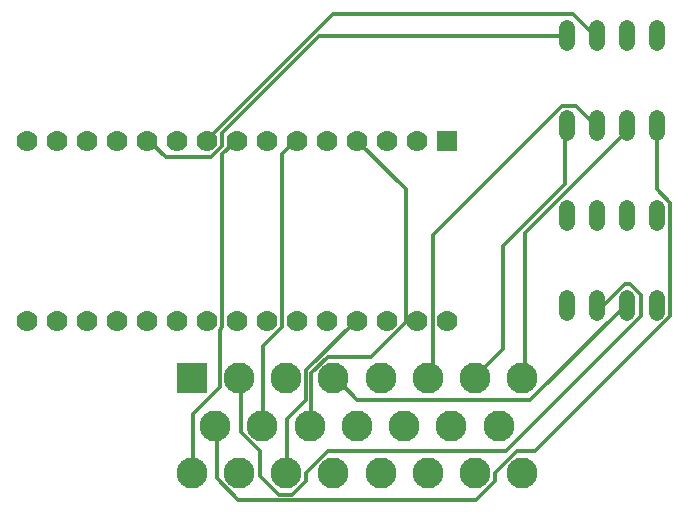
<source format=gbr>
G04 EAGLE Gerber X2 export*
%TF.Part,Single*%
%TF.FileFunction,Copper,L2,Bot,Mixed*%
%TF.FilePolarity,Positive*%
%TF.GenerationSoftware,Autodesk,EAGLE,9.1.3*%
%TF.CreationDate,2020-03-18T03:06:25Z*%
G75*
%MOMM*%
%FSLAX34Y34*%
%LPD*%
%AMOC8*
5,1,8,0,0,1.08239X$1,22.5*%
G01*
%ADD10C,1.320800*%
%ADD11R,2.625000X2.625000*%
%ADD12C,2.625000*%
%ADD13R,1.778000X1.778000*%
%ADD14C,1.778000*%
%ADD15C,0.304800*%


D10*
X495300Y221996D02*
X495300Y235204D01*
X520700Y235204D02*
X520700Y221996D01*
X571500Y298196D02*
X571500Y311404D01*
X546100Y311404D02*
X546100Y298196D01*
X546100Y235204D02*
X546100Y221996D01*
X571500Y221996D02*
X571500Y235204D01*
X520700Y298196D02*
X520700Y311404D01*
X495300Y311404D02*
X495300Y298196D01*
X495300Y374396D02*
X495300Y387604D01*
X520700Y387604D02*
X520700Y374396D01*
X571500Y450596D02*
X571500Y463804D01*
X546100Y463804D02*
X546100Y450596D01*
X546100Y387604D02*
X546100Y374396D01*
X571500Y374396D02*
X571500Y387604D01*
X520700Y450596D02*
X520700Y463804D01*
X495300Y463804D02*
X495300Y450596D01*
D11*
X177500Y167000D03*
D12*
X217500Y167000D03*
X257500Y167000D03*
X297500Y167000D03*
X337500Y167000D03*
X377500Y167000D03*
X417500Y167000D03*
X457500Y167000D03*
X197500Y127000D03*
X237500Y127000D03*
X277500Y127000D03*
X317500Y127000D03*
X357500Y127000D03*
X397500Y127000D03*
X437500Y127000D03*
X177500Y87000D03*
X217500Y87000D03*
X257500Y87000D03*
X297500Y87000D03*
X337500Y87000D03*
X377500Y87000D03*
X417500Y87000D03*
X457500Y87000D03*
D13*
X393700Y368300D03*
D14*
X368300Y368300D03*
X342900Y368300D03*
X317500Y368300D03*
X292100Y368300D03*
X266700Y368300D03*
X241300Y368300D03*
X215900Y368300D03*
X190500Y368300D03*
X165100Y368300D03*
X139700Y368300D03*
X114300Y368300D03*
X88900Y368300D03*
X63500Y368300D03*
X38100Y368300D03*
X393700Y215900D03*
X368300Y215900D03*
X342900Y215900D03*
X317500Y215900D03*
X292100Y215900D03*
X266700Y215900D03*
X241300Y215900D03*
X215900Y215900D03*
X190500Y215900D03*
X165100Y215900D03*
X139700Y215900D03*
X114300Y215900D03*
X88900Y215900D03*
X63500Y215900D03*
X38100Y215900D03*
D15*
X274320Y173736D02*
X315468Y214884D01*
X274320Y173736D02*
X274320Y148590D01*
X258318Y132588D01*
X258318Y89154D01*
X315468Y214884D02*
X317500Y215900D01*
X258318Y89154D02*
X257500Y87000D01*
X358902Y214884D02*
X368046Y214884D01*
X358902Y214884D02*
X329184Y185166D01*
X292608Y185166D01*
X278892Y171450D01*
X278892Y128016D01*
X368046Y214884D02*
X368300Y215900D01*
X278892Y128016D02*
X277500Y127000D01*
X358902Y214884D02*
X358902Y326898D01*
X317500Y368300D01*
X500634Y475488D02*
X518922Y457200D01*
X500634Y475488D02*
X297180Y475488D01*
X192024Y370332D01*
X518922Y457200D02*
X520700Y457200D01*
X192024Y370332D02*
X190500Y368300D01*
X285750Y457200D02*
X495300Y457200D01*
X285750Y457200D02*
X203454Y374904D01*
X203454Y363474D01*
X194310Y354330D01*
X155448Y354330D01*
X141732Y368046D01*
X139700Y368300D01*
X520700Y228600D02*
X525780Y228600D01*
X544068Y246888D01*
X548640Y246888D01*
X557784Y237744D01*
X557784Y219456D01*
X443484Y105156D01*
X292608Y105156D01*
X274320Y86868D01*
X274320Y80010D01*
X262890Y68580D01*
X251460Y68580D01*
X235458Y84582D01*
X235458Y105156D01*
X219456Y121158D01*
X219456Y166878D01*
X217500Y167000D01*
X464058Y148590D02*
X544068Y228600D01*
X464058Y148590D02*
X317754Y148590D01*
X299466Y166878D01*
X544068Y228600D02*
X546100Y228600D01*
X299466Y166878D02*
X297500Y167000D01*
X493776Y331470D02*
X493776Y379476D01*
X493776Y331470D02*
X441198Y278892D01*
X441198Y192024D01*
X418338Y169164D01*
X493776Y379476D02*
X495300Y381000D01*
X418338Y169164D02*
X417500Y167000D01*
X518922Y381762D02*
X502920Y397764D01*
X491490Y397764D01*
X381762Y288036D01*
X381762Y171450D01*
X379476Y169164D01*
X518922Y381762D02*
X520700Y381000D01*
X379476Y169164D02*
X377500Y167000D01*
X544068Y374904D02*
X544068Y379476D01*
X544068Y374904D02*
X459486Y290322D01*
X459486Y169164D01*
X544068Y379476D02*
X546100Y381000D01*
X459486Y169164D02*
X457500Y167000D01*
X571500Y326898D02*
X571500Y381000D01*
X571500Y326898D02*
X582930Y315468D01*
X582930Y219456D01*
X468630Y105156D01*
X452628Y105156D01*
X434340Y86868D01*
X434340Y80010D01*
X418338Y64008D01*
X217170Y64008D01*
X198882Y82296D01*
X198882Y125730D01*
X197500Y127000D01*
X237744Y128016D02*
X237744Y194310D01*
X253746Y210312D01*
X253746Y356616D01*
X265176Y368046D01*
X237744Y128016D02*
X237500Y127000D01*
X265176Y368046D02*
X266700Y368300D01*
X178308Y137160D02*
X178308Y89154D01*
X178308Y137160D02*
X201168Y160020D01*
X201168Y208026D01*
X203454Y210312D01*
X203454Y356616D01*
X214884Y368046D01*
X178308Y89154D02*
X177500Y87000D01*
X214884Y368046D02*
X215900Y368300D01*
M02*

</source>
